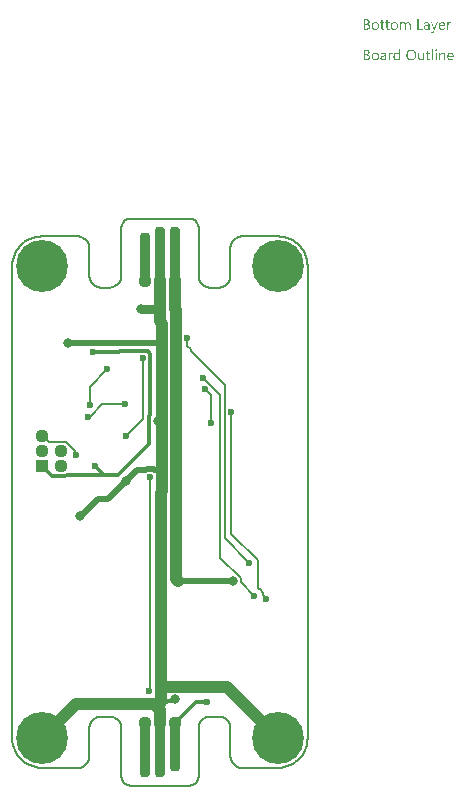
<source format=gbl>
G04*
G04 #@! TF.GenerationSoftware,Altium Limited,Altium Designer,21.9.2 (33)*
G04*
G04 Layer_Physical_Order=2*
G04 Layer_Color=16711680*
%FSLAX44Y44*%
%MOMM*%
G71*
G04*
G04 #@! TF.SameCoordinates,2EA8CFF5-2370-4CCC-882B-FB9061A37F0A*
G04*
G04*
G04 #@! TF.FilePolarity,Positive*
G04*
G01*
G75*
%ADD12C,0.2000*%
%ADD14C,0.1500*%
%ADD69C,0.3000*%
%ADD70C,0.5000*%
%ADD71C,0.7500*%
%ADD72C,4.4000*%
%ADD73C,1.1100*%
%ADD74R,1.1100X1.1100*%
%ADD75C,0.8000*%
%ADD76C,0.6000*%
G04:AMPARAMS|DCode=77|XSize=0.9mm|YSize=4.3mm|CornerRadius=0.351mm|HoleSize=0mm|Usage=FLASHONLY|Rotation=0.000|XOffset=0mm|YOffset=0mm|HoleType=Round|Shape=RoundedRectangle|*
%AMROUNDEDRECTD77*
21,1,0.9000,3.5980,0,0,0.0*
21,1,0.1980,4.3000,0,0,0.0*
1,1,0.7020,0.0990,-1.7990*
1,1,0.7020,-0.0990,-1.7990*
1,1,0.7020,-0.0990,1.7990*
1,1,0.7020,0.0990,1.7990*
%
%ADD77ROUNDEDRECTD77*%
G04:AMPARAMS|DCode=78|XSize=0.9mm|YSize=4.8mm|CornerRadius=0.351mm|HoleSize=0mm|Usage=FLASHONLY|Rotation=0.000|XOffset=0mm|YOffset=0mm|HoleType=Round|Shape=RoundedRectangle|*
%AMROUNDEDRECTD78*
21,1,0.9000,4.0980,0,0,0.0*
21,1,0.1980,4.8000,0,0,0.0*
1,1,0.7020,0.0990,-2.0490*
1,1,0.7020,-0.0990,-2.0490*
1,1,0.7020,-0.0990,2.0490*
1,1,0.7020,0.0990,2.0490*
%
%ADD78ROUNDEDRECTD78*%
%ADD79C,1.0000*%
G36*
X541439Y297512D02*
X541580Y297481D01*
X541737Y297449D01*
X541910Y297386D01*
X542115Y297308D01*
X542303Y297198D01*
X542508Y297072D01*
X542696Y296899D01*
X542869Y296679D01*
X543027Y296427D01*
X543168Y296144D01*
X543262Y295783D01*
X543341Y295390D01*
X543357Y294934D01*
X543357Y291003D01*
X542335Y291003D01*
X542335Y294666D01*
X542335Y294682D01*
X542335Y294713D01*
X542335Y294761D01*
X542335Y294839D01*
X542319Y295028D01*
X542288Y295248D01*
X542256Y295500D01*
X542193Y295751D01*
X542115Y295987D01*
X542005Y296191D01*
X541989Y296207D01*
X541942Y296270D01*
X541863Y296349D01*
X541737Y296427D01*
X541596Y296522D01*
X541407Y296584D01*
X541171Y296647D01*
X540904Y296663D01*
X540873Y296663D01*
X540794Y296647D01*
X540668Y296632D01*
X540511Y296584D01*
X540338Y296522D01*
X540149Y296411D01*
X539961Y296270D01*
X539788Y296066D01*
X539772Y296034D01*
X539725Y295956D01*
X539646Y295830D01*
X539568Y295657D01*
X539473Y295452D01*
X539410Y295217D01*
X539347Y294934D01*
X539332Y294635D01*
X539332Y291003D01*
X538310Y291003D01*
X538310Y294792D01*
X538310Y294808D01*
X538310Y294871D01*
X538294Y294965D01*
X538294Y295091D01*
X538263Y295232D01*
X538231Y295390D01*
X538184Y295547D01*
X538137Y295735D01*
X538058Y295908D01*
X537964Y296066D01*
X537838Y296223D01*
X537697Y296364D01*
X537539Y296490D01*
X537335Y296584D01*
X537115Y296647D01*
X536863Y296663D01*
X536832Y296663D01*
X536753Y296647D01*
X536628Y296632D01*
X536470Y296600D01*
X536297Y296522D01*
X536109Y296427D01*
X535920Y296286D01*
X535747Y296097D01*
X535731Y296066D01*
X535684Y296003D01*
X535606Y295877D01*
X535527Y295704D01*
X535448Y295500D01*
X535370Y295248D01*
X535322Y294965D01*
X535307Y294635D01*
X535307Y291003D01*
X534285Y291003D01*
X534285Y297386D01*
X535307Y297386D01*
X535307Y296364D01*
X535338Y296364D01*
X535354Y296380D01*
X535370Y296411D01*
X535417Y296474D01*
X535464Y296553D01*
X535621Y296726D01*
X535841Y296946D01*
X536124Y297166D01*
X536455Y297339D01*
X536659Y297418D01*
X536863Y297481D01*
X537083Y297512D01*
X537319Y297528D01*
X537429Y297528D01*
X537555Y297512D01*
X537712Y297481D01*
X537885Y297433D01*
X538074Y297371D01*
X538263Y297292D01*
X538451Y297166D01*
X538467Y297150D01*
X538530Y297103D01*
X538609Y297025D01*
X538719Y296915D01*
X538829Y296773D01*
X538939Y296616D01*
X539049Y296427D01*
X539127Y296207D01*
X539143Y296223D01*
X539159Y296270D01*
X539206Y296333D01*
X539253Y296411D01*
X539332Y296522D01*
X539426Y296632D01*
X539536Y296742D01*
X539662Y296868D01*
X539803Y296993D01*
X539961Y297103D01*
X540134Y297229D01*
X540322Y297323D01*
X540527Y297402D01*
X540747Y297465D01*
X540998Y297512D01*
X541250Y297528D01*
X541344Y297528D01*
X541439Y297512D01*
X541439Y297512D02*
G37*
G36*
X577082Y297481D02*
X577270Y297465D01*
X577380Y297433D01*
X577459Y297402D01*
X577459Y296349D01*
X577443Y296364D01*
X577412Y296380D01*
X577349Y296411D01*
X577270Y296459D01*
X577160Y296490D01*
X577019Y296522D01*
X576862Y296537D01*
X576689Y296553D01*
X576657Y296553D01*
X576579Y296537D01*
X576453Y296522D01*
X576311Y296474D01*
X576123Y296396D01*
X575950Y296286D01*
X575761Y296129D01*
X575588Y295924D01*
X575572Y295893D01*
X575525Y295814D01*
X575447Y295673D01*
X575368Y295484D01*
X575289Y295248D01*
X575211Y294949D01*
X575164Y294619D01*
X575148Y294242D01*
X575148Y291003D01*
X574126Y291003D01*
X574126Y297386D01*
X575148Y297386D01*
X575148Y296066D01*
X575179Y296066D01*
X575179Y296081D01*
X575195Y296097D01*
X575227Y296176D01*
X575274Y296301D01*
X575352Y296459D01*
X575431Y296616D01*
X575557Y296789D01*
X575682Y296962D01*
X575840Y297119D01*
X575855Y297135D01*
X575918Y297182D01*
X576013Y297245D01*
X576138Y297308D01*
X576280Y297371D01*
X576453Y297433D01*
X576642Y297481D01*
X576846Y297496D01*
X576987Y297496D01*
X577082Y297481D01*
X577082Y297481D02*
G37*
G36*
X563419Y289981D02*
X563403Y289965D01*
X563387Y289902D01*
X563340Y289792D01*
X563277Y289667D01*
X563199Y289525D01*
X563089Y289352D01*
X562979Y289179D01*
X562853Y288990D01*
X562696Y288802D01*
X562538Y288629D01*
X562350Y288456D01*
X562145Y288314D01*
X561941Y288189D01*
X561705Y288078D01*
X561469Y288016D01*
X561202Y288000D01*
X561060Y288000D01*
X560966Y288016D01*
X560762Y288047D01*
X560542Y288094D01*
X560542Y289006D01*
X560557Y289006D01*
X560604Y288990D01*
X560667Y288975D01*
X560746Y288959D01*
X560935Y288912D01*
X561139Y288896D01*
X561171Y288896D01*
X561265Y288912D01*
X561406Y288943D01*
X561579Y289006D01*
X561768Y289116D01*
X561862Y289195D01*
X561957Y289289D01*
X562051Y289384D01*
X562145Y289509D01*
X562224Y289651D01*
X562303Y289808D01*
X562821Y291003D01*
X560321Y297386D01*
X561454Y297386D01*
X563183Y292465D01*
X563183Y292449D01*
X563199Y292418D01*
X563214Y292371D01*
X563230Y292308D01*
X563246Y292214D01*
X563277Y292119D01*
X563309Y291978D01*
X563356Y291978D01*
X563356Y292009D01*
X563387Y292104D01*
X563419Y292245D01*
X563482Y292449D01*
X565290Y297386D01*
X566343Y297386D01*
X563419Y289981D01*
X563419Y289981D02*
G37*
G36*
X557303Y297512D02*
X557444Y297496D01*
X557617Y297449D01*
X557806Y297402D01*
X558010Y297323D01*
X558230Y297229D01*
X558435Y297103D01*
X558639Y296946D01*
X558828Y296757D01*
X559001Y296522D01*
X559142Y296254D01*
X559252Y295940D01*
X559315Y295578D01*
X559347Y295154D01*
X559347Y291003D01*
X558325Y291003D01*
X558325Y291994D01*
X558293Y291994D01*
X558293Y291978D01*
X558262Y291946D01*
X558230Y291883D01*
X558167Y291821D01*
X558010Y291632D01*
X557806Y291427D01*
X557523Y291223D01*
X557193Y291034D01*
X556988Y290972D01*
X556784Y290909D01*
X556564Y290877D01*
X556328Y290861D01*
X556234Y290861D01*
X556171Y290877D01*
X555998Y290893D01*
X555793Y290924D01*
X555542Y290987D01*
X555306Y291066D01*
X555054Y291192D01*
X554834Y291349D01*
X554818Y291380D01*
X554756Y291443D01*
X554661Y291553D01*
X554567Y291710D01*
X554473Y291899D01*
X554378Y292119D01*
X554315Y292386D01*
X554300Y292685D01*
X554300Y292701D01*
X554300Y292764D01*
X554315Y292858D01*
X554331Y292968D01*
X554363Y293110D01*
X554410Y293267D01*
X554473Y293440D01*
X554567Y293613D01*
X554677Y293802D01*
X554818Y293990D01*
X554991Y294163D01*
X555196Y294320D01*
X555432Y294478D01*
X555715Y294603D01*
X556029Y294698D01*
X556407Y294776D01*
X558325Y295044D01*
X558325Y295059D01*
X558325Y295107D01*
X558309Y295201D01*
X558309Y295295D01*
X558278Y295421D01*
X558262Y295562D01*
X558167Y295861D01*
X558089Y296003D01*
X558010Y296144D01*
X557900Y296286D01*
X557774Y296411D01*
X557617Y296522D01*
X557444Y296600D01*
X557240Y296647D01*
X557004Y296663D01*
X556894Y296663D01*
X556815Y296647D01*
X556705Y296647D01*
X556595Y296616D01*
X556312Y296569D01*
X555998Y296474D01*
X555652Y296333D01*
X555463Y296239D01*
X555290Y296144D01*
X555102Y296019D01*
X554929Y295877D01*
X554929Y296930D01*
X554944Y296930D01*
X554976Y296962D01*
X555023Y296993D01*
X555102Y297025D01*
X555180Y297072D01*
X555290Y297119D01*
X555416Y297166D01*
X555558Y297229D01*
X555872Y297339D01*
X556249Y297433D01*
X556658Y297496D01*
X557098Y297528D01*
X557193Y297528D01*
X557303Y297512D01*
X557303Y297512D02*
G37*
G36*
X549960Y291946D02*
X553545Y291946D01*
X553545Y291003D01*
X548907Y291003D01*
X548907Y299933D01*
X549960Y299933D01*
X549960Y291946D01*
X549960Y291946D02*
G37*
G36*
X506236Y299918D02*
X506346Y299918D01*
X506456Y299902D01*
X506707Y299870D01*
X507006Y299792D01*
X507321Y299697D01*
X507619Y299556D01*
X507887Y299367D01*
X507902Y299367D01*
X507918Y299336D01*
X507997Y299273D01*
X508107Y299147D01*
X508232Y298974D01*
X508343Y298754D01*
X508453Y298503D01*
X508531Y298220D01*
X508563Y298062D01*
X508563Y297889D01*
X508563Y297874D01*
X508563Y297858D01*
X508563Y297764D01*
X508547Y297622D01*
X508516Y297449D01*
X508468Y297229D01*
X508390Y297009D01*
X508295Y296789D01*
X508154Y296569D01*
X508138Y296537D01*
X508075Y296474D01*
X507981Y296380D01*
X507855Y296254D01*
X507698Y296129D01*
X507509Y295987D01*
X507273Y295877D01*
X507022Y295767D01*
X507022Y295751D01*
X507069Y295751D01*
X507116Y295735D01*
X507163Y295720D01*
X507336Y295688D01*
X507541Y295625D01*
X507761Y295531D01*
X507997Y295421D01*
X508232Y295264D01*
X508453Y295059D01*
X508484Y295028D01*
X508547Y294949D01*
X508625Y294839D01*
X508736Y294666D01*
X508830Y294446D01*
X508924Y294195D01*
X508987Y293896D01*
X509003Y293566D01*
X509003Y293550D01*
X509003Y293519D01*
X509003Y293456D01*
X508987Y293377D01*
X508971Y293283D01*
X508956Y293173D01*
X508893Y292905D01*
X508798Y292607D01*
X508657Y292292D01*
X508563Y292151D01*
X508453Y291994D01*
X508311Y291852D01*
X508170Y291710D01*
X508154Y291710D01*
X508138Y291679D01*
X508091Y291648D01*
X508028Y291600D01*
X507949Y291553D01*
X507839Y291490D01*
X507604Y291365D01*
X507305Y291223D01*
X506959Y291113D01*
X506550Y291034D01*
X506346Y291019D01*
X506110Y291003D01*
X503500Y291003D01*
X503500Y299933D01*
X506157Y299933D01*
X506236Y299918D01*
X506236Y299918D02*
G37*
G36*
X523829Y297386D02*
X525449Y297386D01*
X525449Y296506D01*
X523829Y296506D01*
X523829Y292905D01*
X523829Y292874D01*
X523829Y292795D01*
X523845Y292685D01*
X523861Y292544D01*
X523924Y292245D01*
X523971Y292104D01*
X524049Y291994D01*
X524065Y291978D01*
X524097Y291946D01*
X524144Y291915D01*
X524222Y291868D01*
X524317Y291805D01*
X524442Y291773D01*
X524600Y291742D01*
X524773Y291726D01*
X524836Y291726D01*
X524914Y291742D01*
X525009Y291758D01*
X525229Y291821D01*
X525339Y291868D01*
X525449Y291931D01*
X525449Y291050D01*
X525433Y291050D01*
X525386Y291019D01*
X525307Y291003D01*
X525197Y290972D01*
X525056Y290940D01*
X524898Y290909D01*
X524710Y290893D01*
X524490Y290877D01*
X524411Y290877D01*
X524332Y290893D01*
X524222Y290909D01*
X524097Y290940D01*
X523955Y290972D01*
X523814Y291034D01*
X523656Y291113D01*
X523499Y291207D01*
X523342Y291333D01*
X523200Y291475D01*
X523075Y291663D01*
X522965Y291868D01*
X522886Y292119D01*
X522823Y292402D01*
X522807Y292732D01*
X522807Y296506D01*
X521722Y296506D01*
X521722Y297386D01*
X522807Y297386D01*
X522807Y298943D01*
X523829Y299273D01*
X523829Y297386D01*
X523829Y297386D02*
G37*
G36*
X519506Y297386D02*
X521125Y297386D01*
X521125Y296506D01*
X519506Y296506D01*
X519506Y292905D01*
X519506Y292874D01*
X519506Y292795D01*
X519521Y292685D01*
X519537Y292544D01*
X519600Y292245D01*
X519647Y292104D01*
X519726Y291994D01*
X519741Y291978D01*
X519773Y291946D01*
X519820Y291915D01*
X519899Y291868D01*
X519993Y291805D01*
X520119Y291773D01*
X520276Y291742D01*
X520449Y291726D01*
X520512Y291726D01*
X520590Y291742D01*
X520685Y291758D01*
X520905Y291821D01*
X521015Y291868D01*
X521125Y291931D01*
X521125Y291050D01*
X521109Y291050D01*
X521062Y291019D01*
X520984Y291003D01*
X520873Y290972D01*
X520732Y290940D01*
X520575Y290909D01*
X520386Y290893D01*
X520166Y290877D01*
X520087Y290877D01*
X520009Y290893D01*
X519899Y290909D01*
X519773Y290940D01*
X519631Y290972D01*
X519490Y291034D01*
X519333Y291113D01*
X519175Y291207D01*
X519018Y291333D01*
X518877Y291475D01*
X518751Y291663D01*
X518641Y291868D01*
X518562Y292119D01*
X518499Y292402D01*
X518484Y292732D01*
X518484Y296506D01*
X517399Y296506D01*
X517399Y297386D01*
X518484Y297386D01*
X518484Y298943D01*
X519506Y299273D01*
X519506Y297386D01*
X519506Y297386D02*
G37*
G36*
X570164Y297512D02*
X570274Y297496D01*
X570384Y297481D01*
X570667Y297433D01*
X570981Y297323D01*
X571296Y297182D01*
X571453Y297088D01*
X571610Y296978D01*
X571752Y296852D01*
X571893Y296710D01*
X571909Y296695D01*
X571925Y296679D01*
X571956Y296632D01*
X572003Y296569D01*
X572051Y296474D01*
X572113Y296380D01*
X572176Y296270D01*
X572239Y296129D01*
X572302Y295971D01*
X572365Y295814D01*
X572428Y295625D01*
X572475Y295421D01*
X572522Y295201D01*
X572554Y294981D01*
X572585Y294729D01*
X572585Y294462D01*
X572585Y293927D01*
X568073Y293927D01*
X568073Y293912D01*
X568073Y293880D01*
X568073Y293833D01*
X568088Y293754D01*
X568104Y293660D01*
X568104Y293566D01*
X568151Y293314D01*
X568230Y293063D01*
X568324Y292780D01*
X568466Y292512D01*
X568639Y292276D01*
X568670Y292245D01*
X568733Y292182D01*
X568859Y292104D01*
X569032Y291994D01*
X569252Y291883D01*
X569503Y291805D01*
X569802Y291742D01*
X570148Y291710D01*
X570258Y291710D01*
X570337Y291726D01*
X570431Y291726D01*
X570541Y291742D01*
X570808Y291805D01*
X571107Y291883D01*
X571437Y292009D01*
X571783Y292182D01*
X571956Y292292D01*
X572129Y292418D01*
X572129Y291459D01*
X572113Y291459D01*
X572098Y291427D01*
X572051Y291412D01*
X571972Y291365D01*
X571893Y291317D01*
X571799Y291270D01*
X571673Y291223D01*
X571547Y291160D01*
X571390Y291097D01*
X571217Y291050D01*
X570840Y290956D01*
X570400Y290893D01*
X569912Y290861D01*
X569786Y290861D01*
X569692Y290877D01*
X569582Y290893D01*
X569440Y290909D01*
X569142Y290972D01*
X568796Y291066D01*
X568450Y291223D01*
X568277Y291333D01*
X568104Y291443D01*
X567947Y291569D01*
X567790Y291726D01*
X567774Y291742D01*
X567758Y291773D01*
X567727Y291821D01*
X567664Y291883D01*
X567617Y291978D01*
X567554Y292088D01*
X567475Y292214D01*
X567412Y292355D01*
X567334Y292512D01*
X567271Y292701D01*
X567192Y292905D01*
X567145Y293125D01*
X567098Y293361D01*
X567051Y293613D01*
X567035Y293880D01*
X567019Y294163D01*
X567019Y294179D01*
X567019Y294226D01*
X567019Y294305D01*
X567035Y294415D01*
X567051Y294541D01*
X567066Y294682D01*
X567082Y294855D01*
X567129Y295028D01*
X567224Y295405D01*
X567365Y295814D01*
X567459Y296019D01*
X567585Y296207D01*
X567711Y296411D01*
X567853Y296584D01*
X567868Y296600D01*
X567900Y296632D01*
X567947Y296679D01*
X568010Y296726D01*
X568088Y296805D01*
X568183Y296883D01*
X568308Y296962D01*
X568434Y297056D01*
X568733Y297229D01*
X569095Y297386D01*
X569299Y297433D01*
X569503Y297481D01*
X569724Y297512D01*
X569959Y297528D01*
X570085Y297528D01*
X570164Y297512D01*
X570164Y297512D02*
G37*
G36*
X529867Y297512D02*
X529977Y297496D01*
X530118Y297481D01*
X530433Y297418D01*
X530794Y297308D01*
X531156Y297150D01*
X531345Y297056D01*
X531518Y296946D01*
X531691Y296805D01*
X531848Y296647D01*
X531864Y296632D01*
X531879Y296600D01*
X531926Y296553D01*
X531974Y296490D01*
X532037Y296396D01*
X532099Y296286D01*
X532178Y296160D01*
X532257Y296019D01*
X532319Y295846D01*
X532398Y295673D01*
X532461Y295468D01*
X532524Y295248D01*
X532571Y295012D01*
X532618Y294761D01*
X532634Y294493D01*
X532650Y294210D01*
X532650Y294195D01*
X532650Y294147D01*
X532650Y294069D01*
X532634Y293959D01*
X532618Y293833D01*
X532603Y293676D01*
X532571Y293519D01*
X532540Y293330D01*
X532445Y292953D01*
X532288Y292544D01*
X532194Y292339D01*
X532068Y292135D01*
X531942Y291946D01*
X531785Y291773D01*
X531769Y291758D01*
X531738Y291742D01*
X531691Y291695D01*
X531628Y291632D01*
X531533Y291569D01*
X531439Y291490D01*
X531313Y291396D01*
X531172Y291317D01*
X531015Y291239D01*
X530842Y291145D01*
X530653Y291066D01*
X530448Y291003D01*
X530228Y290940D01*
X529992Y290909D01*
X529741Y290877D01*
X529474Y290861D01*
X529332Y290861D01*
X529238Y290877D01*
X529128Y290893D01*
X528986Y290909D01*
X528829Y290940D01*
X528656Y290972D01*
X528294Y291082D01*
X527917Y291239D01*
X527729Y291333D01*
X527556Y291459D01*
X527383Y291585D01*
X527210Y291742D01*
X527194Y291758D01*
X527178Y291789D01*
X527131Y291836D01*
X527084Y291899D01*
X527021Y291994D01*
X526942Y292104D01*
X526864Y292229D01*
X526801Y292371D01*
X526722Y292544D01*
X526644Y292717D01*
X526565Y292905D01*
X526502Y293125D01*
X526408Y293597D01*
X526392Y293849D01*
X526376Y294116D01*
X526376Y294132D01*
X526376Y294195D01*
X526376Y294273D01*
X526392Y294383D01*
X526408Y294509D01*
X526423Y294666D01*
X526455Y294839D01*
X526486Y295028D01*
X526581Y295437D01*
X526738Y295846D01*
X526848Y296050D01*
X526958Y296254D01*
X527084Y296443D01*
X527241Y296616D01*
X527257Y296632D01*
X527288Y296663D01*
X527335Y296695D01*
X527398Y296757D01*
X527493Y296820D01*
X527603Y296899D01*
X527729Y296993D01*
X527870Y297072D01*
X528027Y297150D01*
X528216Y297245D01*
X528405Y297323D01*
X528625Y297386D01*
X528845Y297449D01*
X529096Y297496D01*
X529364Y297512D01*
X529631Y297528D01*
X529772Y297528D01*
X529867Y297512D01*
X529867Y297512D02*
G37*
G36*
X513735Y297512D02*
X513845Y297496D01*
X513987Y297481D01*
X514301Y297418D01*
X514663Y297308D01*
X515025Y297150D01*
X515213Y297056D01*
X515386Y296946D01*
X515559Y296805D01*
X515716Y296647D01*
X515732Y296632D01*
X515748Y296600D01*
X515795Y296553D01*
X515842Y296490D01*
X515905Y296396D01*
X515968Y296286D01*
X516047Y296160D01*
X516125Y296019D01*
X516188Y295846D01*
X516267Y295673D01*
X516330Y295468D01*
X516393Y295248D01*
X516440Y295012D01*
X516487Y294761D01*
X516502Y294493D01*
X516518Y294210D01*
X516518Y294195D01*
X516518Y294147D01*
X516518Y294069D01*
X516502Y293959D01*
X516487Y293833D01*
X516471Y293676D01*
X516440Y293519D01*
X516408Y293330D01*
X516314Y292953D01*
X516157Y292544D01*
X516062Y292339D01*
X515937Y292135D01*
X515811Y291946D01*
X515653Y291773D01*
X515638Y291758D01*
X515606Y291742D01*
X515559Y291695D01*
X515496Y291632D01*
X515402Y291569D01*
X515308Y291490D01*
X515182Y291396D01*
X515040Y291317D01*
X514883Y291239D01*
X514710Y291145D01*
X514521Y291066D01*
X514317Y291003D01*
X514097Y290940D01*
X513861Y290909D01*
X513610Y290877D01*
X513342Y290861D01*
X513201Y290861D01*
X513106Y290877D01*
X512996Y290893D01*
X512855Y290909D01*
X512698Y290940D01*
X512525Y290972D01*
X512163Y291082D01*
X511786Y291239D01*
X511597Y291333D01*
X511424Y291459D01*
X511251Y291585D01*
X511078Y291742D01*
X511063Y291758D01*
X511047Y291789D01*
X511000Y291836D01*
X510952Y291899D01*
X510890Y291994D01*
X510811Y292104D01*
X510732Y292229D01*
X510670Y292371D01*
X510591Y292544D01*
X510512Y292717D01*
X510434Y292905D01*
X510371Y293125D01*
X510276Y293597D01*
X510261Y293849D01*
X510245Y294116D01*
X510245Y294132D01*
X510245Y294195D01*
X510245Y294273D01*
X510261Y294383D01*
X510276Y294509D01*
X510292Y294666D01*
X510324Y294839D01*
X510355Y295028D01*
X510449Y295437D01*
X510607Y295846D01*
X510717Y296050D01*
X510827Y296254D01*
X510952Y296443D01*
X511110Y296616D01*
X511125Y296632D01*
X511157Y296663D01*
X511204Y296695D01*
X511267Y296757D01*
X511361Y296820D01*
X511471Y296899D01*
X511597Y296993D01*
X511739Y297072D01*
X511896Y297150D01*
X512085Y297245D01*
X512273Y297323D01*
X512493Y297386D01*
X512713Y297449D01*
X512965Y297496D01*
X513232Y297512D01*
X513499Y297528D01*
X513641Y297528D01*
X513735Y297512D01*
X513735Y297512D02*
G37*
G36*
X564991Y274449D02*
X565054Y274449D01*
X565195Y274386D01*
X565274Y274339D01*
X565353Y274276D01*
X565368Y274261D01*
X565384Y274245D01*
X565463Y274151D01*
X565526Y273993D01*
X565541Y273899D01*
X565557Y273805D01*
X565557Y273789D01*
X565557Y273757D01*
X565541Y273710D01*
X565526Y273647D01*
X565478Y273490D01*
X565416Y273412D01*
X565353Y273333D01*
X565337Y273333D01*
X565321Y273302D01*
X565227Y273239D01*
X565085Y273176D01*
X564991Y273160D01*
X564897Y273144D01*
X564850Y273144D01*
X564802Y273160D01*
X564739Y273160D01*
X564582Y273223D01*
X564504Y273254D01*
X564425Y273317D01*
X564425Y273333D01*
X564394Y273349D01*
X564362Y273396D01*
X564331Y273443D01*
X564268Y273600D01*
X564252Y273694D01*
X564236Y273805D01*
X564236Y273820D01*
X564236Y273852D01*
X564252Y273899D01*
X564268Y273978D01*
X564315Y274119D01*
X564362Y274198D01*
X564425Y274276D01*
X564441Y274292D01*
X564456Y274308D01*
X564551Y274371D01*
X564708Y274433D01*
X564802Y274465D01*
X564944Y274465D01*
X564991Y274449D01*
X564991Y274449D02*
G37*
G36*
X534536Y265141D02*
X533514Y265141D01*
X533514Y266211D01*
X533483Y266211D01*
X533483Y266195D01*
X533451Y266163D01*
X533404Y266101D01*
X533357Y266022D01*
X533279Y265928D01*
X533184Y265833D01*
X533074Y265723D01*
X532948Y265613D01*
X532807Y265487D01*
X532634Y265377D01*
X532461Y265283D01*
X532257Y265189D01*
X532052Y265110D01*
X531816Y265047D01*
X531565Y265016D01*
X531297Y265000D01*
X531188Y265000D01*
X531093Y265016D01*
X530999Y265031D01*
X530873Y265047D01*
X530606Y265110D01*
X530291Y265204D01*
X529977Y265361D01*
X529804Y265456D01*
X529662Y265566D01*
X529505Y265707D01*
X529364Y265849D01*
X529364Y265865D01*
X529332Y265896D01*
X529301Y265943D01*
X529254Y266006D01*
X529206Y266085D01*
X529143Y266195D01*
X529081Y266321D01*
X529018Y266462D01*
X528939Y266619D01*
X528876Y266792D01*
X528813Y266981D01*
X528766Y267185D01*
X528719Y267405D01*
X528688Y267657D01*
X528672Y267909D01*
X528656Y268176D01*
X528656Y268192D01*
X528656Y268239D01*
X528656Y268333D01*
X528672Y268443D01*
X528688Y268569D01*
X528703Y268726D01*
X528719Y268899D01*
X528750Y269088D01*
X528845Y269497D01*
X528986Y269921D01*
X529081Y270126D01*
X529191Y270330D01*
X529301Y270519D01*
X529442Y270707D01*
X529458Y270723D01*
X529474Y270754D01*
X529521Y270802D01*
X529584Y270865D01*
X529662Y270927D01*
X529772Y271006D01*
X529883Y271100D01*
X530008Y271195D01*
X530323Y271368D01*
X530684Y271525D01*
X530889Y271572D01*
X531109Y271619D01*
X531329Y271651D01*
X531581Y271666D01*
X531706Y271666D01*
X531801Y271651D01*
X531895Y271635D01*
X532021Y271619D01*
X532304Y271541D01*
X532618Y271415D01*
X532775Y271336D01*
X532933Y271226D01*
X533090Y271116D01*
X533231Y270975D01*
X533357Y270817D01*
X533483Y270629D01*
X533514Y270629D01*
X533514Y274591D01*
X534536Y274591D01*
X534536Y265141D01*
X534536Y265141D02*
G37*
G36*
X570777Y271651D02*
X570966Y271635D01*
X571202Y271588D01*
X571453Y271509D01*
X571720Y271383D01*
X571988Y271210D01*
X572098Y271116D01*
X572208Y270990D01*
X572239Y270959D01*
X572302Y270865D01*
X572381Y270707D01*
X572491Y270487D01*
X572585Y270220D01*
X572679Y269890D01*
X572742Y269497D01*
X572758Y269041D01*
X572758Y265141D01*
X571736Y265141D01*
X571736Y268773D01*
X571736Y268789D01*
X571736Y268868D01*
X571720Y268962D01*
X571720Y269088D01*
X571689Y269245D01*
X571657Y269418D01*
X571610Y269607D01*
X571547Y269795D01*
X571469Y269984D01*
X571374Y270157D01*
X571249Y270330D01*
X571107Y270487D01*
X570950Y270613D01*
X570746Y270707D01*
X570525Y270786D01*
X570258Y270802D01*
X570227Y270802D01*
X570132Y270786D01*
X569991Y270770D01*
X569818Y270723D01*
X569613Y270660D01*
X569393Y270550D01*
X569189Y270408D01*
X568985Y270220D01*
X568969Y270188D01*
X568906Y270126D01*
X568827Y270000D01*
X568733Y269827D01*
X568639Y269622D01*
X568560Y269371D01*
X568497Y269088D01*
X568481Y268773D01*
X568481Y265141D01*
X567459Y265141D01*
X567459Y271525D01*
X568481Y271525D01*
X568481Y270456D01*
X568513Y270456D01*
X568529Y270471D01*
X568544Y270503D01*
X568591Y270566D01*
X568654Y270644D01*
X568717Y270739D01*
X568812Y270833D01*
X568922Y270943D01*
X569048Y271069D01*
X569189Y271179D01*
X569346Y271289D01*
X569519Y271383D01*
X569708Y271478D01*
X569897Y271556D01*
X570117Y271619D01*
X570353Y271651D01*
X570604Y271666D01*
X570698Y271666D01*
X570777Y271651D01*
X570777Y271651D02*
G37*
G36*
X527603Y271619D02*
X527791Y271603D01*
X527901Y271572D01*
X527980Y271541D01*
X527980Y270487D01*
X527964Y270503D01*
X527933Y270519D01*
X527870Y270550D01*
X527791Y270597D01*
X527681Y270629D01*
X527540Y270660D01*
X527383Y270676D01*
X527210Y270692D01*
X527178Y270692D01*
X527100Y270676D01*
X526974Y270660D01*
X526832Y270613D01*
X526644Y270534D01*
X526471Y270424D01*
X526282Y270267D01*
X526109Y270063D01*
X526093Y270031D01*
X526046Y269953D01*
X525968Y269811D01*
X525889Y269622D01*
X525810Y269387D01*
X525732Y269088D01*
X525685Y268758D01*
X525669Y268380D01*
X525669Y265141D01*
X524647Y265141D01*
X524647Y271525D01*
X525669Y271525D01*
X525669Y270204D01*
X525700Y270204D01*
X525700Y270220D01*
X525716Y270236D01*
X525747Y270314D01*
X525795Y270440D01*
X525873Y270597D01*
X525952Y270754D01*
X526078Y270927D01*
X526203Y271100D01*
X526361Y271257D01*
X526376Y271273D01*
X526439Y271320D01*
X526534Y271383D01*
X526659Y271446D01*
X526801Y271509D01*
X526974Y271572D01*
X527163Y271619D01*
X527367Y271635D01*
X527508Y271635D01*
X527603Y271619D01*
X527603Y271619D02*
G37*
G36*
X554881Y265141D02*
X553859Y265141D01*
X553859Y266148D01*
X553828Y266148D01*
X553828Y266132D01*
X553797Y266101D01*
X553765Y266038D01*
X553702Y265975D01*
X553561Y265786D01*
X553341Y265582D01*
X553215Y265472D01*
X553073Y265361D01*
X552916Y265267D01*
X552727Y265173D01*
X552539Y265110D01*
X552334Y265047D01*
X552099Y265016D01*
X551863Y265000D01*
X551768Y265000D01*
X551658Y265016D01*
X551501Y265047D01*
X551328Y265079D01*
X551139Y265141D01*
X550935Y265220D01*
X550731Y265346D01*
X550510Y265487D01*
X550306Y265660D01*
X550117Y265880D01*
X549944Y266148D01*
X549787Y266446D01*
X549677Y266808D01*
X549614Y267232D01*
X549583Y267453D01*
X549583Y267704D01*
X549583Y271525D01*
X550589Y271525D01*
X550589Y267861D01*
X550589Y267846D01*
X550589Y267783D01*
X550605Y267673D01*
X550621Y267547D01*
X550636Y267390D01*
X550668Y267232D01*
X550715Y267044D01*
X550778Y266855D01*
X550872Y266667D01*
X550966Y266494D01*
X551092Y266321D01*
X551250Y266163D01*
X551422Y266038D01*
X551627Y265943D01*
X551878Y265865D01*
X552146Y265849D01*
X552177Y265849D01*
X552271Y265865D01*
X552413Y265880D01*
X552570Y265912D01*
X552775Y265991D01*
X552979Y266085D01*
X553183Y266211D01*
X553372Y266399D01*
X553388Y266431D01*
X553451Y266494D01*
X553529Y266619D01*
X553624Y266792D01*
X553702Y266997D01*
X553781Y267248D01*
X553844Y267531D01*
X553859Y267846D01*
X553859Y271525D01*
X554881Y271525D01*
X554881Y265141D01*
X554881Y265141D02*
G37*
G36*
X565384Y265141D02*
X564362Y265141D01*
X564362Y271525D01*
X565384Y271525D01*
X565384Y265141D01*
X565384Y265141D02*
G37*
G36*
X562287Y265141D02*
X561265Y265141D01*
X561265Y274591D01*
X562287Y274591D01*
X562287Y265141D01*
X562287Y265141D02*
G37*
G36*
X520685Y271651D02*
X520826Y271635D01*
X520999Y271588D01*
X521188Y271541D01*
X521392Y271462D01*
X521612Y271368D01*
X521817Y271242D01*
X522021Y271085D01*
X522210Y270896D01*
X522383Y270660D01*
X522524Y270393D01*
X522634Y270078D01*
X522697Y269717D01*
X522729Y269292D01*
X522729Y265141D01*
X521707Y265141D01*
X521707Y266132D01*
X521675Y266132D01*
X521675Y266116D01*
X521644Y266085D01*
X521612Y266022D01*
X521549Y265959D01*
X521392Y265770D01*
X521188Y265566D01*
X520905Y265361D01*
X520575Y265173D01*
X520370Y265110D01*
X520166Y265047D01*
X519946Y265016D01*
X519710Y265000D01*
X519616Y265000D01*
X519553Y265016D01*
X519380Y265031D01*
X519175Y265063D01*
X518924Y265126D01*
X518688Y265204D01*
X518436Y265330D01*
X518216Y265487D01*
X518201Y265519D01*
X518138Y265582D01*
X518043Y265692D01*
X517949Y265849D01*
X517855Y266038D01*
X517760Y266258D01*
X517697Y266525D01*
X517682Y266824D01*
X517682Y266840D01*
X517682Y266902D01*
X517697Y266997D01*
X517713Y267107D01*
X517745Y267248D01*
X517792Y267405D01*
X517855Y267578D01*
X517949Y267751D01*
X518059Y267940D01*
X518201Y268129D01*
X518373Y268302D01*
X518578Y268459D01*
X518814Y268616D01*
X519097Y268742D01*
X519411Y268836D01*
X519789Y268915D01*
X521707Y269182D01*
X521707Y269198D01*
X521707Y269245D01*
X521691Y269339D01*
X521691Y269434D01*
X521660Y269559D01*
X521644Y269701D01*
X521549Y270000D01*
X521471Y270141D01*
X521392Y270283D01*
X521282Y270424D01*
X521156Y270550D01*
X520999Y270660D01*
X520826Y270739D01*
X520622Y270786D01*
X520386Y270802D01*
X520276Y270802D01*
X520197Y270786D01*
X520087Y270786D01*
X519977Y270754D01*
X519694Y270707D01*
X519380Y270613D01*
X519034Y270471D01*
X518845Y270377D01*
X518672Y270283D01*
X518484Y270157D01*
X518311Y270015D01*
X518311Y271069D01*
X518326Y271069D01*
X518358Y271100D01*
X518405Y271132D01*
X518484Y271163D01*
X518562Y271210D01*
X518672Y271257D01*
X518798Y271305D01*
X518940Y271368D01*
X519254Y271478D01*
X519631Y271572D01*
X520040Y271635D01*
X520480Y271666D01*
X520575Y271666D01*
X520685Y271651D01*
X520685Y271651D02*
G37*
G36*
X506236Y274056D02*
X506346Y274056D01*
X506456Y274040D01*
X506707Y274009D01*
X507006Y273930D01*
X507321Y273836D01*
X507619Y273694D01*
X507887Y273506D01*
X507902Y273506D01*
X507918Y273474D01*
X507997Y273412D01*
X508107Y273286D01*
X508232Y273113D01*
X508343Y272893D01*
X508453Y272641D01*
X508531Y272358D01*
X508563Y272201D01*
X508563Y272028D01*
X508563Y272012D01*
X508563Y271996D01*
X508563Y271902D01*
X508547Y271761D01*
X508516Y271588D01*
X508468Y271368D01*
X508390Y271147D01*
X508295Y270927D01*
X508154Y270707D01*
X508138Y270676D01*
X508075Y270613D01*
X507981Y270519D01*
X507855Y270393D01*
X507698Y270267D01*
X507509Y270126D01*
X507273Y270015D01*
X507022Y269905D01*
X507022Y269890D01*
X507069Y269890D01*
X507116Y269874D01*
X507163Y269858D01*
X507336Y269827D01*
X507541Y269764D01*
X507761Y269669D01*
X507997Y269559D01*
X508232Y269402D01*
X508453Y269198D01*
X508484Y269166D01*
X508547Y269088D01*
X508625Y268978D01*
X508736Y268805D01*
X508830Y268585D01*
X508924Y268333D01*
X508987Y268034D01*
X509003Y267704D01*
X509003Y267689D01*
X509003Y267657D01*
X509003Y267594D01*
X508987Y267516D01*
X508971Y267421D01*
X508956Y267311D01*
X508893Y267044D01*
X508798Y266745D01*
X508657Y266431D01*
X508563Y266289D01*
X508453Y266132D01*
X508311Y265991D01*
X508170Y265849D01*
X508154Y265849D01*
X508138Y265818D01*
X508091Y265786D01*
X508028Y265739D01*
X507949Y265692D01*
X507839Y265629D01*
X507604Y265503D01*
X507305Y265361D01*
X506959Y265252D01*
X506550Y265173D01*
X506346Y265157D01*
X506110Y265141D01*
X503500Y265141D01*
X503500Y274072D01*
X506157Y274072D01*
X506236Y274056D01*
X506236Y274056D02*
G37*
G36*
X558293Y271525D02*
X559913Y271525D01*
X559913Y270644D01*
X558293Y270644D01*
X558293Y267044D01*
X558293Y267012D01*
X558293Y266934D01*
X558309Y266824D01*
X558325Y266682D01*
X558388Y266383D01*
X558435Y266242D01*
X558513Y266132D01*
X558529Y266116D01*
X558560Y266085D01*
X558608Y266053D01*
X558686Y266006D01*
X558781Y265943D01*
X558906Y265912D01*
X559064Y265880D01*
X559237Y265865D01*
X559300Y265865D01*
X559378Y265880D01*
X559472Y265896D01*
X559692Y265959D01*
X559803Y266006D01*
X559913Y266069D01*
X559913Y265189D01*
X559897Y265189D01*
X559850Y265157D01*
X559771Y265141D01*
X559661Y265110D01*
X559520Y265079D01*
X559362Y265047D01*
X559174Y265031D01*
X558954Y265016D01*
X558875Y265016D01*
X558796Y265031D01*
X558686Y265047D01*
X558560Y265079D01*
X558419Y265110D01*
X558278Y265173D01*
X558120Y265252D01*
X557963Y265346D01*
X557806Y265472D01*
X557664Y265613D01*
X557538Y265802D01*
X557429Y266006D01*
X557350Y266258D01*
X557287Y266541D01*
X557271Y266871D01*
X557271Y270644D01*
X556186Y270644D01*
X556186Y271525D01*
X557271Y271525D01*
X557271Y273081D01*
X558293Y273412D01*
X558293Y271525D01*
X558293Y271525D02*
G37*
G36*
X577412Y271651D02*
X577522Y271635D01*
X577632Y271619D01*
X577915Y271572D01*
X578229Y271462D01*
X578544Y271320D01*
X578701Y271226D01*
X578858Y271116D01*
X579000Y270990D01*
X579141Y270849D01*
X579157Y270833D01*
X579173Y270817D01*
X579204Y270770D01*
X579251Y270707D01*
X579299Y270613D01*
X579361Y270519D01*
X579424Y270408D01*
X579487Y270267D01*
X579550Y270110D01*
X579613Y269953D01*
X579676Y269764D01*
X579723Y269559D01*
X579770Y269339D01*
X579802Y269119D01*
X579833Y268868D01*
X579833Y268600D01*
X579833Y268066D01*
X575321Y268066D01*
X575321Y268050D01*
X575321Y268019D01*
X575321Y267971D01*
X575336Y267893D01*
X575352Y267799D01*
X575352Y267704D01*
X575399Y267453D01*
X575478Y267201D01*
X575572Y266918D01*
X575714Y266651D01*
X575887Y266415D01*
X575918Y266383D01*
X575981Y266321D01*
X576107Y266242D01*
X576280Y266132D01*
X576500Y266022D01*
X576752Y265943D01*
X577050Y265880D01*
X577396Y265849D01*
X577506Y265849D01*
X577585Y265865D01*
X577679Y265865D01*
X577789Y265880D01*
X578056Y265943D01*
X578355Y266022D01*
X578685Y266148D01*
X579031Y266321D01*
X579204Y266431D01*
X579377Y266556D01*
X579377Y265597D01*
X579361Y265597D01*
X579346Y265566D01*
X579299Y265550D01*
X579220Y265503D01*
X579141Y265456D01*
X579047Y265409D01*
X578921Y265361D01*
X578796Y265299D01*
X578638Y265236D01*
X578465Y265189D01*
X578088Y265094D01*
X577648Y265031D01*
X577160Y265000D01*
X577035Y265000D01*
X576940Y265016D01*
X576830Y265031D01*
X576689Y265047D01*
X576390Y265110D01*
X576044Y265204D01*
X575698Y265361D01*
X575525Y265472D01*
X575352Y265582D01*
X575195Y265707D01*
X575038Y265865D01*
X575022Y265880D01*
X575006Y265912D01*
X574975Y265959D01*
X574912Y266022D01*
X574865Y266116D01*
X574802Y266226D01*
X574723Y266352D01*
X574660Y266494D01*
X574582Y266651D01*
X574519Y266840D01*
X574440Y267044D01*
X574393Y267264D01*
X574346Y267500D01*
X574299Y267751D01*
X574283Y268019D01*
X574267Y268302D01*
X574267Y268317D01*
X574267Y268365D01*
X574267Y268443D01*
X574283Y268553D01*
X574299Y268679D01*
X574314Y268820D01*
X574330Y268993D01*
X574377Y269166D01*
X574472Y269544D01*
X574613Y269953D01*
X574708Y270157D01*
X574833Y270346D01*
X574959Y270550D01*
X575101Y270723D01*
X575116Y270739D01*
X575148Y270770D01*
X575195Y270817D01*
X575258Y270865D01*
X575336Y270943D01*
X575431Y271022D01*
X575557Y271100D01*
X575682Y271195D01*
X575981Y271368D01*
X576343Y271525D01*
X576547Y271572D01*
X576752Y271619D01*
X576972Y271651D01*
X577207Y271666D01*
X577333Y271666D01*
X577412Y271651D01*
X577412Y271651D02*
G37*
G36*
X544284Y274213D02*
X544442Y274198D01*
X544630Y274166D01*
X544835Y274119D01*
X545055Y274072D01*
X545275Y274009D01*
X545527Y273930D01*
X545762Y273820D01*
X546014Y273694D01*
X546265Y273553D01*
X546501Y273380D01*
X546737Y273191D01*
X546957Y272971D01*
X546973Y272956D01*
X547004Y272908D01*
X547067Y272845D01*
X547130Y272751D01*
X547225Y272625D01*
X547319Y272468D01*
X547413Y272295D01*
X547523Y272106D01*
X547633Y271871D01*
X547728Y271635D01*
X547822Y271368D01*
X547916Y271069D01*
X547979Y270770D01*
X548042Y270440D01*
X548074Y270078D01*
X548089Y269717D01*
X548089Y269685D01*
X548089Y269622D01*
X548089Y269512D01*
X548074Y269355D01*
X548058Y269166D01*
X548026Y268962D01*
X547995Y268726D01*
X547948Y268459D01*
X547885Y268192D01*
X547806Y267909D01*
X547712Y267626D01*
X547602Y267343D01*
X547460Y267044D01*
X547303Y266777D01*
X547130Y266509D01*
X546926Y266258D01*
X546910Y266242D01*
X546879Y266211D01*
X546800Y266148D01*
X546721Y266069D01*
X546596Y265959D01*
X546454Y265865D01*
X546297Y265739D01*
X546108Y265629D01*
X545904Y265519D01*
X545668Y265393D01*
X545416Y265299D01*
X545133Y265204D01*
X544835Y265110D01*
X544520Y265047D01*
X544190Y265016D01*
X543828Y265000D01*
X543750Y265000D01*
X543640Y265016D01*
X543514Y265016D01*
X543357Y265031D01*
X543168Y265063D01*
X542964Y265110D01*
X542728Y265157D01*
X542492Y265220D01*
X542240Y265299D01*
X541989Y265409D01*
X541737Y265519D01*
X541486Y265660D01*
X541234Y265833D01*
X540998Y266022D01*
X540778Y266242D01*
X540762Y266258D01*
X540731Y266305D01*
X540668Y266368D01*
X540605Y266462D01*
X540511Y266588D01*
X540417Y266745D01*
X540322Y266918D01*
X540212Y267122D01*
X540102Y267343D01*
X540008Y267578D01*
X539913Y267846D01*
X539819Y268144D01*
X539756Y268443D01*
X539693Y268773D01*
X539662Y269135D01*
X539646Y269497D01*
X539646Y269528D01*
X539646Y269591D01*
X539662Y269701D01*
X539662Y269858D01*
X539678Y270031D01*
X539709Y270251D01*
X539741Y270487D01*
X539788Y270739D01*
X539851Y271006D01*
X539929Y271289D01*
X540024Y271572D01*
X540134Y271855D01*
X540275Y272138D01*
X540432Y272421D01*
X540605Y272688D01*
X540810Y272940D01*
X540825Y272956D01*
X540857Y273003D01*
X540936Y273066D01*
X541030Y273144D01*
X541140Y273239D01*
X541281Y273349D01*
X541454Y273459D01*
X541643Y273584D01*
X541863Y273710D01*
X542099Y273820D01*
X542351Y273930D01*
X542634Y274025D01*
X542948Y274103D01*
X543278Y274182D01*
X543624Y274213D01*
X543986Y274229D01*
X544159Y274229D01*
X544284Y274213D01*
X544284Y274213D02*
G37*
G36*
X513735Y271651D02*
X513845Y271635D01*
X513987Y271619D01*
X514301Y271556D01*
X514663Y271446D01*
X515025Y271289D01*
X515213Y271195D01*
X515386Y271085D01*
X515559Y270943D01*
X515716Y270786D01*
X515732Y270770D01*
X515748Y270739D01*
X515795Y270692D01*
X515842Y270629D01*
X515905Y270534D01*
X515968Y270424D01*
X516047Y270298D01*
X516125Y270157D01*
X516188Y269984D01*
X516267Y269811D01*
X516330Y269607D01*
X516393Y269387D01*
X516440Y269151D01*
X516487Y268899D01*
X516502Y268632D01*
X516518Y268349D01*
X516518Y268333D01*
X516518Y268286D01*
X516518Y268207D01*
X516502Y268097D01*
X516487Y267971D01*
X516471Y267814D01*
X516440Y267657D01*
X516408Y267468D01*
X516314Y267091D01*
X516157Y266682D01*
X516062Y266478D01*
X515937Y266273D01*
X515811Y266085D01*
X515653Y265912D01*
X515638Y265896D01*
X515606Y265880D01*
X515559Y265833D01*
X515496Y265770D01*
X515402Y265707D01*
X515308Y265629D01*
X515182Y265534D01*
X515040Y265456D01*
X514883Y265377D01*
X514710Y265283D01*
X514521Y265204D01*
X514317Y265141D01*
X514097Y265079D01*
X513861Y265047D01*
X513610Y265016D01*
X513342Y265000D01*
X513201Y265000D01*
X513106Y265016D01*
X512996Y265031D01*
X512855Y265047D01*
X512698Y265079D01*
X512525Y265110D01*
X512163Y265220D01*
X511786Y265377D01*
X511597Y265472D01*
X511424Y265597D01*
X511251Y265723D01*
X511078Y265880D01*
X511063Y265896D01*
X511047Y265928D01*
X511000Y265975D01*
X510952Y266038D01*
X510890Y266132D01*
X510811Y266242D01*
X510732Y266368D01*
X510670Y266509D01*
X510591Y266682D01*
X510512Y266855D01*
X510434Y267044D01*
X510371Y267264D01*
X510276Y267736D01*
X510261Y267987D01*
X510245Y268255D01*
X510245Y268270D01*
X510245Y268333D01*
X510245Y268412D01*
X510261Y268522D01*
X510276Y268648D01*
X510292Y268805D01*
X510324Y268978D01*
X510355Y269166D01*
X510449Y269575D01*
X510607Y269984D01*
X510717Y270188D01*
X510827Y270393D01*
X510952Y270581D01*
X511110Y270754D01*
X511125Y270770D01*
X511157Y270802D01*
X511204Y270833D01*
X511267Y270896D01*
X511361Y270959D01*
X511471Y271037D01*
X511597Y271132D01*
X511739Y271210D01*
X511896Y271289D01*
X512085Y271383D01*
X512273Y271462D01*
X512493Y271525D01*
X512713Y271588D01*
X512965Y271635D01*
X513232Y271651D01*
X513499Y271666D01*
X513641Y271666D01*
X513735Y271651D01*
X513735Y271651D02*
G37*
%LPC*%
G36*
X558325Y294226D02*
X556784Y294006D01*
X556752Y294006D01*
X556674Y293990D01*
X556548Y293959D01*
X556391Y293927D01*
X556218Y293880D01*
X556029Y293817D01*
X555872Y293754D01*
X555715Y293660D01*
X555699Y293644D01*
X555652Y293613D01*
X555605Y293550D01*
X555542Y293456D01*
X555463Y293330D01*
X555416Y293173D01*
X555369Y292984D01*
X555353Y292764D01*
X555353Y292748D01*
X555353Y292685D01*
X555369Y292607D01*
X555400Y292497D01*
X555432Y292371D01*
X555495Y292245D01*
X555573Y292119D01*
X555683Y291994D01*
X555699Y291978D01*
X555746Y291946D01*
X555825Y291899D01*
X555919Y291852D01*
X556045Y291805D01*
X556202Y291758D01*
X556375Y291726D01*
X556580Y291710D01*
X556611Y291710D01*
X556705Y291726D01*
X556847Y291742D01*
X557020Y291773D01*
X557208Y291836D01*
X557429Y291931D01*
X557633Y292072D01*
X557822Y292245D01*
X557837Y292276D01*
X557900Y292339D01*
X557979Y292449D01*
X558073Y292607D01*
X558167Y292811D01*
X558246Y293031D01*
X558309Y293298D01*
X558325Y293582D01*
X558325Y294226D01*
X558325Y294226D02*
G37*
G36*
X505748Y298990D02*
X504553Y298990D01*
X504553Y296097D01*
X505764Y296097D01*
X505921Y296113D01*
X506110Y296144D01*
X506330Y296191D01*
X506566Y296270D01*
X506770Y296364D01*
X506975Y296506D01*
X506990Y296522D01*
X507053Y296584D01*
X507132Y296679D01*
X507226Y296820D01*
X507305Y296978D01*
X507383Y297182D01*
X507446Y297418D01*
X507462Y297685D01*
X507462Y297701D01*
X507462Y297748D01*
X507446Y297811D01*
X507431Y297889D01*
X507368Y298094D01*
X507321Y298220D01*
X507242Y298345D01*
X507163Y298456D01*
X507038Y298581D01*
X506912Y298691D01*
X506739Y298786D01*
X506550Y298864D01*
X506314Y298927D01*
X506047Y298974D01*
X505748Y298990D01*
X505748Y298990D02*
G37*
G36*
X505748Y295154D02*
X504553Y295154D01*
X504553Y291946D01*
X506126Y291946D01*
X506283Y291962D01*
X506503Y291994D01*
X506723Y292056D01*
X506959Y292119D01*
X507195Y292229D01*
X507399Y292371D01*
X507415Y292386D01*
X507478Y292449D01*
X507556Y292544D01*
X507651Y292685D01*
X507745Y292858D01*
X507824Y293063D01*
X507887Y293314D01*
X507902Y293582D01*
X507902Y293597D01*
X507902Y293644D01*
X507887Y293723D01*
X507871Y293833D01*
X507839Y293943D01*
X507792Y294085D01*
X507729Y294226D01*
X507635Y294368D01*
X507525Y294509D01*
X507383Y294651D01*
X507211Y294792D01*
X506990Y294902D01*
X506754Y295012D01*
X506456Y295091D01*
X506126Y295138D01*
X505748Y295154D01*
X505748Y295154D02*
G37*
G36*
X569944Y296663D02*
X569818Y296663D01*
X569692Y296632D01*
X569519Y296600D01*
X569330Y296537D01*
X569110Y296443D01*
X568906Y296317D01*
X568702Y296144D01*
X568686Y296129D01*
X568623Y296050D01*
X568544Y295940D01*
X568434Y295783D01*
X568324Y295594D01*
X568230Y295358D01*
X568151Y295091D01*
X568088Y294792D01*
X571532Y294792D01*
X571532Y294808D01*
X571532Y294839D01*
X571532Y294871D01*
X571532Y294934D01*
X571516Y295107D01*
X571484Y295295D01*
X571422Y295531D01*
X571359Y295751D01*
X571249Y295971D01*
X571107Y296176D01*
X571091Y296191D01*
X571029Y296254D01*
X570934Y296333D01*
X570808Y296427D01*
X570635Y296506D01*
X570431Y296584D01*
X570211Y296647D01*
X569944Y296663D01*
X569944Y296663D02*
G37*
G36*
X529552Y296663D02*
X529458Y296663D01*
X529395Y296647D01*
X529206Y296632D01*
X528986Y296584D01*
X528735Y296506D01*
X528467Y296380D01*
X528216Y296207D01*
X528090Y296113D01*
X527980Y295987D01*
X527949Y295956D01*
X527886Y295861D01*
X527807Y295720D01*
X527697Y295515D01*
X527587Y295248D01*
X527508Y294934D01*
X527445Y294572D01*
X527414Y294147D01*
X527414Y294132D01*
X527414Y294100D01*
X527414Y294037D01*
X527430Y293959D01*
X527430Y293864D01*
X527445Y293754D01*
X527493Y293503D01*
X527556Y293220D01*
X527666Y292921D01*
X527807Y292622D01*
X527996Y292355D01*
X528027Y292324D01*
X528106Y292261D01*
X528232Y292151D01*
X528405Y292041D01*
X528625Y291915D01*
X528892Y291805D01*
X529206Y291742D01*
X529552Y291710D01*
X529647Y291710D01*
X529710Y291726D01*
X529898Y291742D01*
X530118Y291789D01*
X530354Y291868D01*
X530621Y291978D01*
X530857Y292135D01*
X531077Y292339D01*
X531093Y292371D01*
X531156Y292465D01*
X531250Y292607D01*
X531345Y292811D01*
X531439Y293078D01*
X531533Y293393D01*
X531596Y293754D01*
X531612Y294179D01*
X531612Y294195D01*
X531612Y294226D01*
X531612Y294289D01*
X531612Y294383D01*
X531596Y294478D01*
X531581Y294588D01*
X531549Y294855D01*
X531486Y295154D01*
X531392Y295452D01*
X531250Y295751D01*
X531077Y296019D01*
X531046Y296050D01*
X530983Y296113D01*
X530857Y296223D01*
X530684Y296349D01*
X530464Y296459D01*
X530213Y296569D01*
X529898Y296632D01*
X529552Y296663D01*
X529552Y296663D02*
G37*
G36*
X513421Y296663D02*
X513327Y296663D01*
X513264Y296647D01*
X513075Y296632D01*
X512855Y296584D01*
X512603Y296506D01*
X512336Y296380D01*
X512085Y296207D01*
X511959Y296113D01*
X511849Y295987D01*
X511817Y295956D01*
X511754Y295861D01*
X511676Y295720D01*
X511566Y295515D01*
X511456Y295248D01*
X511377Y294934D01*
X511314Y294572D01*
X511283Y294147D01*
X511283Y294132D01*
X511283Y294100D01*
X511283Y294037D01*
X511298Y293959D01*
X511298Y293864D01*
X511314Y293754D01*
X511361Y293503D01*
X511424Y293220D01*
X511534Y292921D01*
X511676Y292622D01*
X511864Y292355D01*
X511896Y292324D01*
X511974Y292261D01*
X512100Y292151D01*
X512273Y292041D01*
X512493Y291915D01*
X512761Y291805D01*
X513075Y291742D01*
X513421Y291710D01*
X513515Y291710D01*
X513578Y291726D01*
X513767Y291742D01*
X513987Y291789D01*
X514223Y291868D01*
X514490Y291978D01*
X514726Y292135D01*
X514946Y292339D01*
X514962Y292371D01*
X515025Y292465D01*
X515119Y292607D01*
X515213Y292811D01*
X515308Y293078D01*
X515402Y293393D01*
X515465Y293754D01*
X515481Y294179D01*
X515481Y294195D01*
X515481Y294226D01*
X515481Y294289D01*
X515481Y294383D01*
X515465Y294478D01*
X515449Y294588D01*
X515418Y294855D01*
X515355Y295154D01*
X515261Y295452D01*
X515119Y295751D01*
X514946Y296019D01*
X514915Y296050D01*
X514852Y296113D01*
X514726Y296223D01*
X514553Y296349D01*
X514333Y296459D01*
X514081Y296569D01*
X513767Y296632D01*
X513421Y296663D01*
X513421Y296663D02*
G37*
G36*
X531706Y270802D02*
X531612Y270802D01*
X531549Y270786D01*
X531376Y270770D01*
X531172Y270723D01*
X530936Y270629D01*
X530684Y270503D01*
X530448Y270346D01*
X530338Y270236D01*
X530228Y270110D01*
X530213Y270078D01*
X530150Y269984D01*
X530055Y269827D01*
X529961Y269622D01*
X529867Y269355D01*
X529772Y269025D01*
X529710Y268648D01*
X529694Y268223D01*
X529694Y268207D01*
X529694Y268176D01*
X529694Y268113D01*
X529710Y268034D01*
X529710Y267956D01*
X529725Y267846D01*
X529757Y267594D01*
X529820Y267311D01*
X529914Y267028D01*
X530040Y266745D01*
X530213Y266478D01*
X530244Y266446D01*
X530307Y266383D01*
X530417Y266273D01*
X530574Y266163D01*
X530779Y266053D01*
X531015Y265943D01*
X531282Y265880D01*
X531596Y265849D01*
X531675Y265849D01*
X531738Y265865D01*
X531895Y265880D01*
X532084Y265928D01*
X532304Y266006D01*
X532540Y266101D01*
X532760Y266258D01*
X532980Y266462D01*
X532996Y266494D01*
X533058Y266572D01*
X533153Y266714D01*
X533247Y266887D01*
X533341Y267107D01*
X533436Y267374D01*
X533499Y267689D01*
X533514Y268019D01*
X533514Y268962D01*
X533514Y268978D01*
X533514Y268993D01*
X533514Y269088D01*
X533483Y269229D01*
X533451Y269418D01*
X533389Y269622D01*
X533294Y269842D01*
X533168Y270063D01*
X532996Y270267D01*
X532980Y270283D01*
X532901Y270346D01*
X532791Y270440D01*
X532650Y270534D01*
X532461Y270629D01*
X532241Y270723D01*
X531989Y270786D01*
X531706Y270802D01*
X531706Y270802D02*
G37*
G36*
X521707Y268365D02*
X520166Y268144D01*
X520135Y268144D01*
X520056Y268129D01*
X519930Y268097D01*
X519773Y268066D01*
X519600Y268019D01*
X519411Y267956D01*
X519254Y267893D01*
X519097Y267799D01*
X519081Y267783D01*
X519034Y267751D01*
X518987Y267689D01*
X518924Y267594D01*
X518845Y267468D01*
X518798Y267311D01*
X518751Y267122D01*
X518735Y266902D01*
X518735Y266887D01*
X518735Y266824D01*
X518751Y266745D01*
X518782Y266635D01*
X518814Y266509D01*
X518877Y266383D01*
X518955Y266258D01*
X519065Y266132D01*
X519081Y266116D01*
X519128Y266085D01*
X519207Y266038D01*
X519301Y265991D01*
X519427Y265943D01*
X519584Y265896D01*
X519757Y265865D01*
X519962Y265849D01*
X519993Y265849D01*
X520087Y265865D01*
X520229Y265880D01*
X520402Y265912D01*
X520590Y265975D01*
X520811Y266069D01*
X521015Y266211D01*
X521204Y266383D01*
X521219Y266415D01*
X521282Y266478D01*
X521361Y266588D01*
X521455Y266745D01*
X521549Y266950D01*
X521628Y267170D01*
X521691Y267437D01*
X521707Y267720D01*
X521707Y268365D01*
X521707Y268365D02*
G37*
G36*
X505748Y273129D02*
X504553Y273129D01*
X504553Y270236D01*
X505764Y270236D01*
X505921Y270251D01*
X506110Y270283D01*
X506330Y270330D01*
X506566Y270408D01*
X506770Y270503D01*
X506975Y270644D01*
X506990Y270660D01*
X507053Y270723D01*
X507132Y270817D01*
X507226Y270959D01*
X507305Y271116D01*
X507383Y271320D01*
X507446Y271556D01*
X507462Y271824D01*
X507462Y271839D01*
X507462Y271886D01*
X507446Y271949D01*
X507431Y272028D01*
X507368Y272232D01*
X507321Y272358D01*
X507242Y272484D01*
X507163Y272594D01*
X507038Y272720D01*
X506912Y272830D01*
X506739Y272924D01*
X506550Y273003D01*
X506314Y273066D01*
X506047Y273113D01*
X505748Y273129D01*
X505748Y273129D02*
G37*
G36*
X505748Y269292D02*
X504553Y269292D01*
X504553Y266085D01*
X506126Y266085D01*
X506283Y266101D01*
X506503Y266132D01*
X506723Y266195D01*
X506959Y266258D01*
X507195Y266368D01*
X507399Y266509D01*
X507415Y266525D01*
X507478Y266588D01*
X507556Y266682D01*
X507651Y266824D01*
X507745Y266997D01*
X507824Y267201D01*
X507887Y267453D01*
X507902Y267720D01*
X507902Y267736D01*
X507902Y267783D01*
X507887Y267861D01*
X507871Y267971D01*
X507839Y268082D01*
X507792Y268223D01*
X507729Y268365D01*
X507635Y268506D01*
X507525Y268648D01*
X507383Y268789D01*
X507211Y268931D01*
X506990Y269041D01*
X506754Y269151D01*
X506456Y269229D01*
X506126Y269277D01*
X505748Y269292D01*
X505748Y269292D02*
G37*
G36*
X577192Y270802D02*
X577066Y270802D01*
X576940Y270770D01*
X576767Y270739D01*
X576579Y270676D01*
X576358Y270581D01*
X576154Y270456D01*
X575950Y270283D01*
X575934Y270267D01*
X575871Y270188D01*
X575793Y270078D01*
X575682Y269921D01*
X575572Y269732D01*
X575478Y269497D01*
X575399Y269229D01*
X575336Y268931D01*
X578780Y268931D01*
X578780Y268946D01*
X578780Y268978D01*
X578780Y269009D01*
X578780Y269072D01*
X578764Y269245D01*
X578733Y269434D01*
X578670Y269669D01*
X578607Y269890D01*
X578497Y270110D01*
X578355Y270314D01*
X578340Y270330D01*
X578277Y270393D01*
X578182Y270471D01*
X578056Y270566D01*
X577884Y270644D01*
X577679Y270723D01*
X577459Y270786D01*
X577192Y270802D01*
X577192Y270802D02*
G37*
G36*
X543907Y273270D02*
X543765Y273270D01*
X543671Y273254D01*
X543545Y273239D01*
X543420Y273223D01*
X543262Y273191D01*
X543089Y273144D01*
X542728Y273018D01*
X542539Y272940D01*
X542335Y272845D01*
X542146Y272720D01*
X541957Y272578D01*
X541785Y272421D01*
X541612Y272248D01*
X541596Y272232D01*
X541580Y272201D01*
X541533Y272138D01*
X541470Y272059D01*
X541407Y271965D01*
X541344Y271839D01*
X541266Y271698D01*
X541187Y271541D01*
X541093Y271352D01*
X541014Y271163D01*
X540951Y270943D01*
X540888Y270707D01*
X540825Y270456D01*
X540778Y270173D01*
X540762Y269890D01*
X540747Y269591D01*
X540747Y269575D01*
X540747Y269512D01*
X540747Y269434D01*
X540762Y269324D01*
X540778Y269182D01*
X540794Y269009D01*
X540825Y268836D01*
X540857Y268648D01*
X540951Y268223D01*
X541108Y267767D01*
X541203Y267547D01*
X541313Y267343D01*
X541454Y267122D01*
X541596Y266934D01*
X541612Y266918D01*
X541643Y266887D01*
X541690Y266840D01*
X541753Y266777D01*
X541832Y266698D01*
X541942Y266619D01*
X542067Y266525D01*
X542193Y266431D01*
X542351Y266336D01*
X542523Y266242D01*
X542901Y266085D01*
X543121Y266022D01*
X543341Y265975D01*
X543577Y265943D01*
X543828Y265928D01*
X543970Y265928D01*
X544080Y265943D01*
X544190Y265959D01*
X544347Y265975D01*
X544505Y266006D01*
X544677Y266053D01*
X545039Y266163D01*
X545243Y266242D01*
X545432Y266336D01*
X545621Y266446D01*
X545810Y266572D01*
X545982Y266714D01*
X546155Y266887D01*
X546171Y266902D01*
X546187Y266934D01*
X546234Y266981D01*
X546281Y267060D01*
X546360Y267170D01*
X546423Y267280D01*
X546501Y267421D01*
X546580Y267578D01*
X546659Y267767D01*
X546737Y267971D01*
X546816Y268192D01*
X546879Y268428D01*
X546926Y268679D01*
X546973Y268962D01*
X546989Y269261D01*
X547004Y269575D01*
X547004Y269591D01*
X547004Y269654D01*
X547004Y269748D01*
X546989Y269858D01*
X546973Y270015D01*
X546957Y270188D01*
X546941Y270377D01*
X546894Y270581D01*
X546800Y271006D01*
X546659Y271462D01*
X546564Y271682D01*
X546454Y271902D01*
X546313Y272106D01*
X546171Y272295D01*
X546155Y272311D01*
X546140Y272342D01*
X546092Y272390D01*
X546014Y272452D01*
X545935Y272515D01*
X545841Y272610D01*
X545715Y272688D01*
X545589Y272783D01*
X545432Y272877D01*
X545259Y272956D01*
X545070Y273050D01*
X544866Y273113D01*
X544646Y273176D01*
X544426Y273223D01*
X544174Y273254D01*
X543907Y273270D01*
X543907Y273270D02*
G37*
G36*
X513421Y270802D02*
X513327Y270802D01*
X513264Y270786D01*
X513075Y270770D01*
X512855Y270723D01*
X512603Y270644D01*
X512336Y270519D01*
X512085Y270346D01*
X511959Y270251D01*
X511849Y270126D01*
X511817Y270094D01*
X511754Y270000D01*
X511676Y269858D01*
X511566Y269654D01*
X511456Y269387D01*
X511377Y269072D01*
X511314Y268710D01*
X511283Y268286D01*
X511283Y268270D01*
X511283Y268239D01*
X511283Y268176D01*
X511298Y268097D01*
X511298Y268003D01*
X511314Y267893D01*
X511361Y267641D01*
X511424Y267358D01*
X511534Y267060D01*
X511676Y266761D01*
X511864Y266494D01*
X511896Y266462D01*
X511974Y266399D01*
X512100Y266289D01*
X512273Y266179D01*
X512493Y266053D01*
X512761Y265943D01*
X513075Y265880D01*
X513421Y265849D01*
X513515Y265849D01*
X513578Y265865D01*
X513767Y265880D01*
X513987Y265928D01*
X514223Y266006D01*
X514490Y266116D01*
X514726Y266273D01*
X514946Y266478D01*
X514962Y266509D01*
X515025Y266604D01*
X515119Y266745D01*
X515213Y266950D01*
X515308Y267217D01*
X515402Y267531D01*
X515465Y267893D01*
X515481Y268317D01*
X515481Y268333D01*
X515481Y268365D01*
X515481Y268428D01*
X515481Y268522D01*
X515465Y268616D01*
X515449Y268726D01*
X515418Y268993D01*
X515355Y269292D01*
X515261Y269591D01*
X515119Y269890D01*
X514946Y270157D01*
X514915Y270188D01*
X514852Y270251D01*
X514726Y270361D01*
X514553Y270487D01*
X514333Y270597D01*
X514081Y270707D01*
X513767Y270770D01*
X513421Y270802D01*
X513421Y270802D02*
G37*
%LPD*%
D12*
X212421Y-325728D02*
X214272Y-327579D01*
X216305Y-329225D01*
X218500Y-330651D01*
X220832Y-331839D01*
X223275Y-332776D01*
X225802Y-333454D01*
X228387Y-333863D01*
X231000Y-334000D01*
X231035Y-333998D02*
X261336Y-333998D01*
X261330Y-334000D02*
X263918Y-333659D01*
X266330Y-332660D01*
X268401Y-331071D01*
X269990Y-329000D01*
X270989Y-326588D01*
X271330Y-324000D01*
X271336Y-323998D02*
X271336Y-300478D01*
X271330Y-300480D02*
X271671Y-297892D01*
X272670Y-295480D01*
X274259Y-293409D01*
X276330Y-291820D01*
X278742Y-290821D01*
X281330Y-290480D01*
X281336Y-290498D02*
X288336Y-290498D01*
X288330Y-290500D02*
X290918Y-290841D01*
X293330Y-291840D01*
X295401Y-293429D01*
X296990Y-295500D01*
X297989Y-297912D01*
X298330Y-300500D01*
X298336Y-300498D02*
X298336Y-340998D01*
X298330Y-341000D02*
X298722Y-343472D01*
X299858Y-345702D01*
X301628Y-347472D01*
X303858Y-348609D01*
X306330Y-349000D01*
X306336Y-348998D02*
X355736Y-348998D01*
X355730Y-349000D02*
X358202Y-348609D01*
X360432Y-347472D01*
X362202Y-345702D01*
X363339Y-343472D01*
X363730Y-341000D01*
X363736Y-340980D02*
X363736Y-300480D01*
X363730Y-300500D02*
X364071Y-297912D01*
X365070Y-295500D01*
X366659Y-293429D01*
X368730Y-291840D01*
X371142Y-290841D01*
X373730Y-290500D01*
X373436Y-290498D02*
X380736Y-290498D01*
X380730Y-290480D02*
X383318Y-290821D01*
X385730Y-291820D01*
X387801Y-293409D01*
X389390Y-295480D01*
X390389Y-297892D01*
X390730Y-300480D01*
X390736Y-300478D02*
X390736Y-323998D01*
X390730Y-324000D02*
X391071Y-326588D01*
X392070Y-329000D01*
X393659Y-331071D01*
X395730Y-332660D01*
X398142Y-333659D01*
X400730Y-334000D01*
X400735Y-333998D02*
X431036Y-333998D01*
X431000Y-334000D02*
X433613Y-333863D01*
X436198Y-333454D01*
X438725Y-332776D01*
X441168Y-331839D01*
X443500Y-330651D01*
X445695Y-329225D01*
X447728Y-327579D01*
X449579Y-325728D01*
X451225Y-323695D01*
X452651Y-321500D01*
X453839Y-319168D01*
X454776Y-316725D01*
X455454Y-314198D01*
X455863Y-311613D01*
X456000Y-309000D01*
X456000Y-309000D02*
X456000Y91000D01*
X456000Y91000D02*
X455863Y93613D01*
X455454Y96198D01*
X454776Y98725D01*
X453839Y101168D01*
X452651Y103500D01*
X451225Y105695D01*
X449579Y107728D01*
X447728Y109579D01*
X445695Y111225D01*
X443500Y112651D01*
X441168Y113839D01*
X438725Y114776D01*
X436198Y115454D01*
X433613Y115863D01*
X431000Y116000D01*
X431000Y116000D02*
X400700Y116000D01*
X400700Y116000D02*
X398112Y115659D01*
X395700Y114660D01*
X393629Y113071D01*
X392040Y111000D01*
X391041Y108588D01*
X390700Y106000D01*
X390700Y106000D02*
X390700Y82480D01*
X390700Y82480D02*
X390359Y79892D01*
X389360Y77480D01*
X387771Y75409D01*
X385700Y73820D01*
X383288Y72821D01*
X380700Y72480D01*
X380700Y72500D02*
X373700Y72500D01*
X373700Y72500D02*
X371112Y72841D01*
X368700Y73840D01*
X366629Y75429D01*
X365040Y77500D01*
X364041Y79912D01*
X363700Y82500D01*
X363700Y82500D02*
X363700Y123000D01*
X363700Y123000D02*
X363308Y125472D01*
X362172Y127702D01*
X360402Y129472D01*
X358172Y130609D01*
X355700Y131000D01*
X355700Y131000D02*
X306300Y131000D01*
X306300Y131000D02*
X303828Y130609D01*
X301598Y129472D01*
X299828Y127702D01*
X298692Y125472D01*
X298300Y123000D01*
X298300Y122982D02*
X298300Y82482D01*
X298300Y82500D02*
X297959Y79912D01*
X296960Y77500D01*
X295371Y75429D01*
X293300Y73840D01*
X290888Y72841D01*
X288300Y72500D01*
X288600Y72500D02*
X281300Y72500D01*
X281300Y72480D02*
X278712Y72821D01*
X276300Y73820D01*
X274229Y75409D01*
X272640Y77480D01*
X271641Y79892D01*
X271300Y82480D01*
X271300Y82480D02*
X271300Y106000D01*
X271300Y106000D02*
X270959Y108588D01*
X269960Y111000D01*
X268371Y113071D01*
X266300Y114660D01*
X263888Y115659D01*
X261300Y116000D01*
X261300Y116000D02*
X231000Y116000D01*
X231000Y116000D02*
X228387Y115863D01*
X225802Y115454D01*
X223275Y114776D01*
X220832Y113839D01*
X218500Y112651D01*
X216305Y111225D01*
X214272Y109579D01*
X212421Y107728D01*
X210775Y105695D01*
X209349Y103500D01*
X208161Y101168D01*
X207224Y98725D01*
X206546Y96198D01*
X206137Y93613D01*
X206000Y91000D01*
X206000Y90917D02*
X206000Y-309000D01*
X206000Y-309000D02*
X206137Y-311613D01*
X206546Y-314198D01*
X207224Y-316725D01*
X208161Y-319168D01*
X209349Y-321500D01*
X210775Y-323695D01*
X212421Y-325728D01*
D14*
X230790Y-53192D02*
X231621Y-53192D01*
X236721Y-58292D01*
X244236Y-58292D01*
X244356Y-58172D01*
X251108Y-58172D01*
X259041Y-66105D01*
X259041Y-68407D01*
X259902Y-69268D01*
X269738Y-36648D02*
X270599Y-35787D01*
X272305Y-35787D01*
X282184Y-25908D01*
X301128Y-25908D01*
X271770Y-26409D02*
X271770Y-11356D01*
X286502Y3376D01*
X316518Y-38826D02*
X316518Y12977D01*
X316561Y13020D01*
X316518Y-38826D02*
X302561Y-52784D01*
X322342Y-88338D02*
X322560Y-88120D01*
X322342Y-88338D02*
X322342Y-268283D01*
X322125Y-268500D01*
X410885Y-188522D02*
X399286Y-176923D01*
X399286Y-173244D01*
X382236Y-156194D01*
X382236Y-18613D01*
X367453Y-3830D01*
X368959Y-12939D02*
X374007Y-17987D01*
X374007Y-41748D01*
X374640Y-42381D01*
X391353Y-32250D02*
X391353Y-135747D01*
X413726Y-158120D01*
X413726Y-181715D01*
X414605Y-182594D01*
X415340Y-182594D01*
X418298Y-185552D01*
X418298Y-187793D01*
X420619Y-190114D01*
X420619Y-190922D01*
X406735Y-160250D02*
X386183Y-139697D01*
X386183Y-9879D01*
X357112Y19191D01*
X357112Y20252D01*
X354239Y23125D01*
X354239Y30175D01*
X354229Y30185D01*
D69*
X239260Y-87062D02*
X251062Y-87062D01*
X252284Y-85840D01*
X283571Y-85840D01*
X295638Y-85840D01*
X322125Y-59353D01*
X322125Y-35787D01*
X323024Y-34889D01*
X323024Y16857D01*
X320941Y18940D01*
X297584Y18940D01*
X296780Y18136D01*
X274538Y18136D01*
X276323Y-78592D02*
X283571Y-85840D01*
X230790Y-78592D02*
X239260Y-87062D01*
X331000Y-279038D02*
X335543Y-279038D01*
X337624Y-276957D01*
X342744Y-276957D01*
X343700Y-276000D01*
X343700Y-296000D02*
X361200Y-278500D01*
X371033Y-278500D01*
X330875Y25967D02*
X331608Y26700D01*
D70*
X263652Y-120650D02*
X264198Y-120650D01*
X278824Y-106023D01*
X287409Y-106023D01*
X302035Y-91397D01*
X302035Y-91192D01*
X311832Y-81395D01*
X319499Y-81395D01*
X319693Y-81200D01*
X326150Y-81200D01*
X326345Y-81395D01*
X332802Y-81395D01*
X346009Y-175606D02*
X346093Y-175690D01*
X393006Y-175690D01*
X393091Y-175775D01*
X330875Y25967D02*
X253346Y25967D01*
D71*
X315248Y54250D02*
X330750Y54250D01*
X331000Y54000D01*
D72*
X231000Y-309000D02*
D03*
X431000Y-309000D02*
D03*
X431000Y91000D02*
D03*
X231000Y91000D02*
D03*
D73*
X230790Y-65892D02*
D03*
X230790Y-53192D02*
D03*
X247554Y-65892D02*
D03*
X247554Y-78592D02*
D03*
X318300Y78000D02*
D03*
X331000Y78000D02*
D03*
X343700Y78000D02*
D03*
X343700Y-296000D02*
D03*
X331000Y-296000D02*
D03*
X318300Y-296000D02*
D03*
D74*
X230790Y-78592D02*
D03*
D75*
X263652Y-120650D02*
D03*
X302035Y-91397D02*
D03*
X346009Y-175606D02*
D03*
X331608Y-219147D02*
D03*
X343700Y-276000D02*
D03*
X319151Y-279754D02*
D03*
X393091Y-175775D02*
D03*
X329403Y-40500D02*
D03*
X332802Y16940D02*
D03*
X333118Y42204D02*
D03*
X315248Y54250D02*
D03*
X253346Y25967D02*
D03*
D76*
X259902Y-69268D02*
D03*
X276323Y-78592D02*
D03*
X269738Y-36648D02*
D03*
X322560Y-88120D02*
D03*
X374640Y-42381D02*
D03*
X391353Y-32250D02*
D03*
X368959Y-12939D02*
D03*
X367453Y-3830D02*
D03*
X354229Y30185D02*
D03*
X316561Y13020D02*
D03*
X302561Y-52784D02*
D03*
X301128Y-25908D02*
D03*
X271770Y-26409D02*
D03*
X286502Y3376D02*
D03*
X274538Y18136D02*
D03*
X331000Y106750D02*
D03*
X406735Y-160250D02*
D03*
X410885Y-188522D02*
D03*
X420619Y-190922D02*
D03*
X371033Y-278500D02*
D03*
X322125Y-268500D02*
D03*
X331000Y-324750D02*
D03*
D77*
X343700Y-315500D02*
D03*
X318300Y97500D02*
D03*
D78*
X318300Y-318000D02*
D03*
X331000Y-318000D02*
D03*
X331000Y100000D02*
D03*
X343700Y100000D02*
D03*
D79*
X231000Y-309000D02*
X260246Y-279754D01*
X325967Y-279754D01*
X330790Y-284577D01*
X330790Y-295790D01*
X331000Y-296000D01*
X387642Y-265642D02*
X431000Y-309000D01*
X387642Y-265642D02*
X331608Y-265642D01*
X331608Y-219147D01*
X331608Y-101126D01*
X332802Y-99933D01*
X332802Y-81395D01*
X332802Y25506D01*
X331608Y26700D01*
X333000Y28092D01*
X333000Y41000D01*
X333118Y42204D02*
X331000Y44322D01*
X331000Y54000D01*
X331000Y78000D01*
X343700Y78000D02*
X343700Y54416D01*
X344538Y53578D01*
X344538Y29236D01*
X344420Y29118D01*
X344420Y-174017D01*
X346009Y-175606D01*
X331608Y-265642D02*
X331608Y-278430D01*
X331000Y-279038D01*
M02*

</source>
